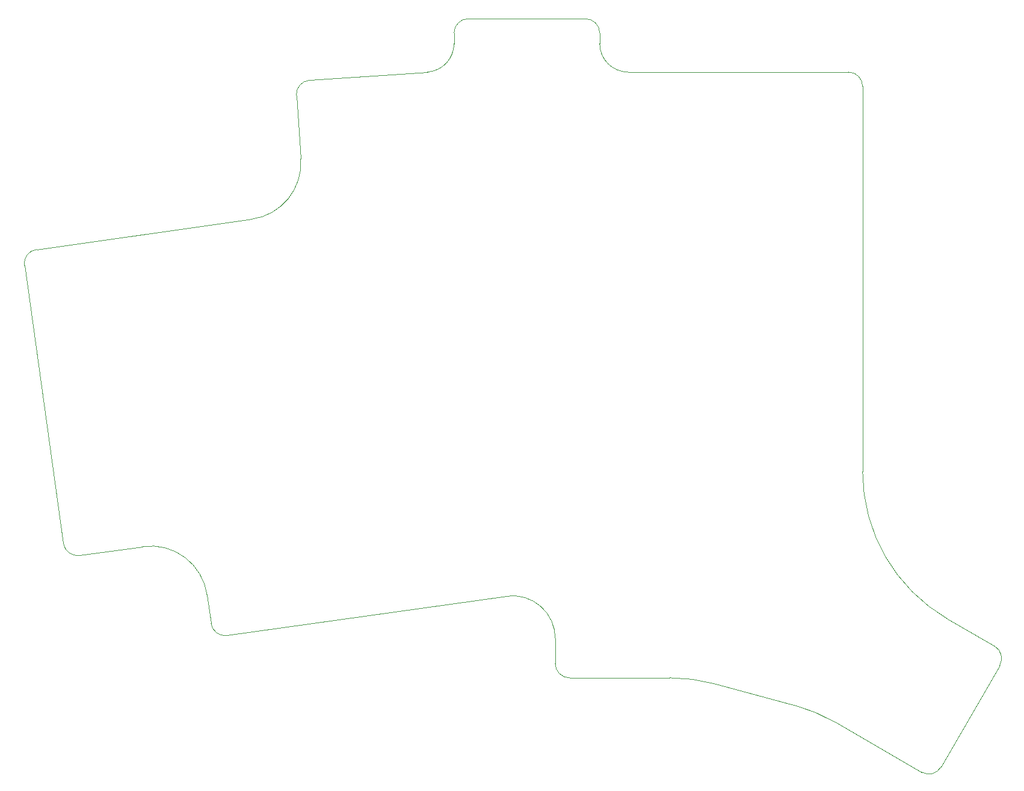
<source format=gm1>
G04 #@! TF.GenerationSoftware,KiCad,Pcbnew,(6.0.7-1)-1*
G04 #@! TF.CreationDate,2022-12-29T15:50:45-05:00*
G04 #@! TF.ProjectId,musubi,6d757375-6269-42e6-9b69-6361645f7063,rev?*
G04 #@! TF.SameCoordinates,Original*
G04 #@! TF.FileFunction,Profile,NP*
%FSLAX46Y46*%
G04 Gerber Fmt 4.6, Leading zero omitted, Abs format (unit mm)*
G04 Created by KiCad (PCBNEW (6.0.7-1)-1) date 2022-12-29 15:50:45*
%MOMM*%
%LPD*%
G01*
G04 APERTURE LIST*
G04 #@! TA.AperFunction,Profile*
%ADD10C,0.003937*%
G04 #@! TD*
G04 APERTURE END LIST*
D10*
X156427476Y-131505816D02*
X142341788Y-131505819D01*
X191899556Y-144784680D02*
X179701137Y-137741908D01*
X91904205Y-123845287D02*
X91341415Y-119840631D01*
X97666964Y-66945734D02*
G75*
G03*
X104534104Y-58465551I-1113334J7922114D01*
G01*
X146595086Y-40742046D02*
X146595085Y-42242056D01*
X67339660Y-71207837D02*
G75*
G03*
X65637465Y-73466742I278240J-1980463D01*
G01*
X179701136Y-137741910D02*
G75*
G03*
X173912661Y-135344263I-12000536J-20785890D01*
G01*
X183595002Y-102462356D02*
G75*
G03*
X195594976Y-123246909I24000198J156D01*
G01*
X71134634Y-112581983D02*
X65637465Y-73466742D01*
X150595080Y-46242032D02*
X181595017Y-46242038D01*
X97666965Y-66945743D02*
X67339666Y-71207876D01*
X126095128Y-42246233D02*
X126095130Y-40742054D01*
X140341769Y-125959834D02*
G75*
G03*
X133506784Y-120018220I-5999969J34D01*
G01*
X162638986Y-132323550D02*
G75*
G03*
X156427476Y-131505816I-6211586J-23183050D01*
G01*
X140341781Y-129505819D02*
G75*
G03*
X142341788Y-131505819I1999919J-81D01*
G01*
X173912661Y-135344263D02*
X162638985Y-132323555D01*
X202149544Y-127031203D02*
X195594976Y-123246909D01*
X140341787Y-129505819D02*
X140341790Y-125959834D01*
X91904185Y-123845290D02*
G75*
G03*
X94163076Y-125547503I1980515J278290D01*
G01*
X105765044Y-47397842D02*
G75*
G03*
X103909441Y-49532547I139556J-1995158D01*
G01*
X122374170Y-46236470D02*
X105765049Y-47397911D01*
X128095124Y-38742064D02*
X144595092Y-38742063D01*
X71134643Y-112581982D02*
G75*
G03*
X73393464Y-114284174I1980557J278382D01*
G01*
X194631600Y-144052626D02*
X202881593Y-129763251D01*
X82306068Y-113031778D02*
X73393464Y-114284174D01*
X104534104Y-58465551D02*
X103909441Y-49532547D01*
X91341414Y-119840631D02*
G75*
G03*
X82306068Y-113031778I-7922154J-1113319D01*
G01*
X183595016Y-102462356D02*
X183595012Y-48242038D01*
X146595137Y-40742046D02*
G75*
G03*
X144595092Y-38742063I-2000237J-254D01*
G01*
X128095124Y-38742030D02*
G75*
G03*
X126095130Y-40742054I-24J-1999970D01*
G01*
X146595068Y-42242056D02*
G75*
G03*
X150595080Y-46242032I4000032J56D01*
G01*
X183595062Y-48242038D02*
G75*
G03*
X181595017Y-46242038I-1999962J38D01*
G01*
X122374171Y-46236481D02*
G75*
G03*
X126095128Y-42246233I-279071J3990281D01*
G01*
X191899545Y-144784699D02*
G75*
G03*
X194631600Y-144052626I999955J1732199D01*
G01*
X94163076Y-125547503D02*
X133506784Y-120018220D01*
X202881549Y-129763226D02*
G75*
G03*
X202149544Y-127031203I-1731949J1000026D01*
G01*
M02*

</source>
